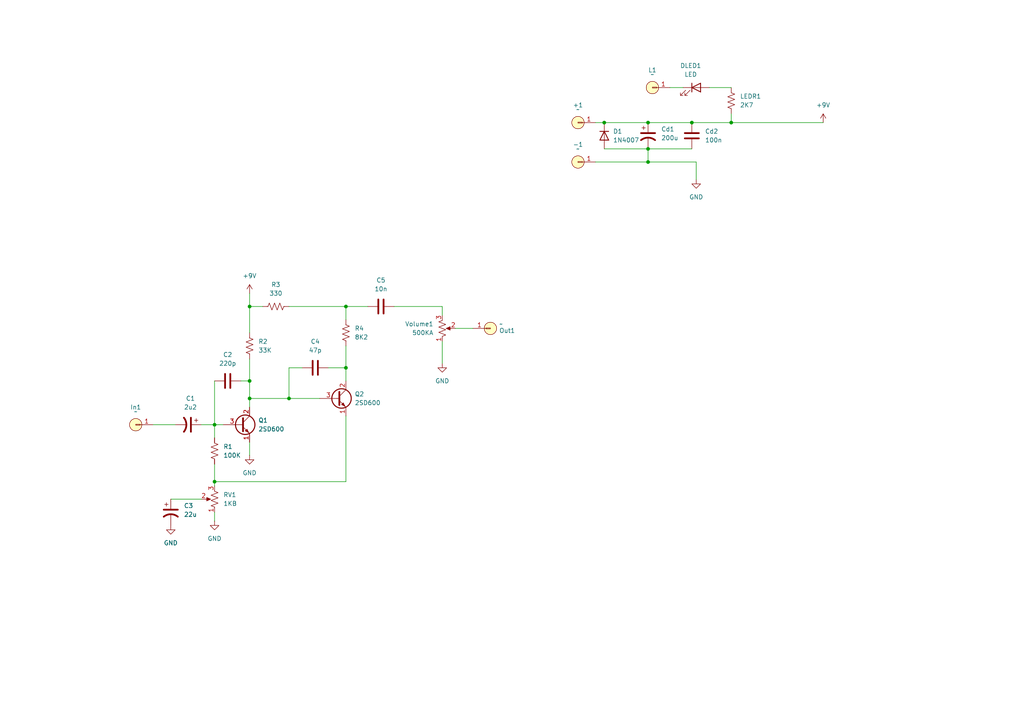
<source format=kicad_sch>
(kicad_sch (version 20231120) (generator "eeschema") (generator_version "8.0")
  (paper "A4")
  (title_block (title "Fuzz") (date "2024-05-28") (rev "v01") (company "FME") (comment 4 "Dima Kostoglou"))
  (lib_symbols
    (symbol "4ms_Power-symbol:+9V" (power) (pin_names (offset 0))
      (property "Value" "+9V" (at 0 3.556 0))
      (symbol "+9V_0_1"
        (polyline (pts (xy -0.762 1.27) (xy 0 2.54)))
        (polyline (pts (xy 0 0) (xy 0 2.54)))
        (polyline (pts (xy 0 2.54) (xy 0.762 1.27)))
      )
      (symbol "+9V_1_1"
        (pin power_in line (at 0 0 90) (length 0) hide (name "+9V") (number "1"))
      )
    )
    (symbol "Device:C" (pin_numbers hide) (pin_names (offset 0.254))
      (property "Reference" "C" (at 0.635 2.54 0))
      (property "Value" "C" (at 0.635 -2.54 0))
      (symbol "C_0_1"
        (polyline (pts (xy -2.032 -0.762) (xy 2.032 -0.762)) (stroke (width 0.508)))
        (polyline (pts (xy -2.032 0.762) (xy 2.032 0.762)) (stroke (width 0.508)))
      )
      (symbol "C_1_1"
        (pin passive line (at 0 3.81 270) (length 2.794) (name "~") (number "1"))
        (pin passive line (at 0 -3.81 90) (length 2.794) (name "~") (number "2"))
      )
    )
    (symbol "Device:C_Polarized_US" (pin_numbers hide) (pin_names (offset 0.254) hide)
      (property "Reference" "C" (at 0.635 2.54 0))
      (property "Value" "C_Polarized_US" (at 0.635 -2.54 0))
      (symbol "C_Polarized_US_0_1"
        (polyline (pts (xy -2.032 0.762) (xy 2.032 0.762)) (stroke (width 0.508)))
        (polyline (pts (xy -1.778 2.286) (xy -0.762 2.286)))
        (polyline (pts (xy -1.27 1.778) (xy -1.27 2.794)))
        (arc (start 2.032 -1.27) (mid 0 -0.5572) (end -2.032 -1.27) (stroke (width 0.508)))
      )
      (symbol "C_Polarized_US_1_1"
        (pin passive line (at 0 3.81 270) (length 2.794) (name "~") (number "1"))
        (pin passive line (at 0 -3.81 90) (length 3.302) (name "~") (number "2"))
      )
    )
    (symbol "Device:LED" (pin_numbers hide) (pin_names (offset 1.016) hide)
      (property "Reference" "D" (at 0 2.54 0))
      (property "Value" "LED" (at 0 -2.54 0))
      (symbol "LED_0_1"
        (polyline (pts (xy -1.27 -1.27) (xy -1.27 1.27)) (stroke (width 0.254)))
        (polyline (pts (xy -1.27 0) (xy 1.27 0)))
        (polyline (pts (xy 1.27 -1.27) (xy 1.27 1.27) (xy -1.27 0) (xy 1.27 -1.27)) (stroke (width 0.254)))
        (polyline (pts (xy -3.048 -0.762) (xy -4.572 -2.286) (xy -3.81 -2.286) (xy -4.572 -2.286) (xy -4.572 -1.524)))
        (polyline (pts (xy -1.778 -0.762) (xy -3.302 -2.286) (xy -2.54 -2.286) (xy -3.302 -2.286) (xy -3.302 -1.524)))
      )
      (symbol "LED_1_1"
        (pin passive line (at -3.81 0 0) (length 2.54) (name "K") (number "1"))
        (pin passive line (at 3.81 0 180) (length 2.54) (name "A") (number "2"))
      )
    )
    (symbol "Device:R_Potentiometer_US" (pin_names (offset 1.016) hide)
      (property "Reference" "RV" (at -4.445 0 90))
      (property "Value" "R_Potentiometer_US" (at -2.54 0 90))
      (symbol "R_Potentiometer_US_0_1"
        (polyline (pts (xy 0 -2.286) (xy 0 -2.54)))
        (polyline (pts (xy 0 2.54) (xy 0 2.286)))
        (polyline (pts (xy 2.54 0) (xy 1.524 0)))
        (polyline (pts (xy 1.143 0) (xy 2.286 0.508) (xy 2.286 -0.508) (xy 1.143 0)) (fill (type outline)))
        (polyline (pts (xy 0 -0.762) (xy 1.016 -1.143) (xy 0 -1.524) (xy -1.016 -1.905) (xy 0 -2.286)))
        (polyline (pts (xy 0 0.762) (xy 1.016 0.381) (xy 0 0) (xy -1.016 -0.381) (xy 0 -0.762)))
        (polyline (pts (xy 0 2.286) (xy 1.016 1.905) (xy 0 1.524) (xy -1.016 1.143) (xy 0 0.762)))
      )
      (symbol "R_Potentiometer_US_1_1"
        (pin passive line (at 0 3.81 270) (length 1.27) (name "1") (number "1"))
        (pin passive line (at 3.81 0 180) (length 1.27) (name "2") (number "2"))
        (pin passive line (at 0 -3.81 90) (length 1.27) (name "3") (number "3"))
      )
    )
    (symbol "Device:R_US" (pin_numbers hide) (pin_names (offset 0))
      (property "Reference" "R" (at 2.54 0 90))
      (property "Value" "R_US" (at -2.54 0 90))
      (symbol "R_US_0_1"
        (polyline (pts (xy 0 -2.286) (xy 0 -2.54)))
        (polyline (pts (xy 0 2.286) (xy 0 2.54)))
        (polyline (pts (xy 0 -0.762) (xy 1.016 -1.143) (xy 0 -1.524) (xy -1.016 -1.905) (xy 0 -2.286)))
        (polyline (pts (xy 0 0.762) (xy 1.016 0.381) (xy 0 0) (xy -1.016 -0.381) (xy 0 -0.762)))
        (polyline (pts (xy 0 2.286) (xy 1.016 1.905) (xy 0 1.524) (xy -1.016 1.143) (xy 0 0.762)))
      )
      (symbol "R_US_1_1"
        (pin passive line (at 0 3.81 270) (length 1.27) (name "~") (number "1"))
        (pin passive line (at 0 -3.81 90) (length 1.27) (name "~") (number "2"))
      )
    )
    (symbol "Diode:1N4007" (pin_numbers hide) (pin_names hide)
      (property "Reference" "D" (at 0 2.54 0))
      (property "Value" "1N4007" (at 0 -2.54 0))
      (symbol "1N4007_0_1"
        (polyline (pts (xy -1.27 1.27) (xy -1.27 -1.27)) (stroke (width 0.254)))
        (polyline (pts (xy 1.27 0) (xy -1.27 0)))
        (polyline (pts (xy 1.27 1.27) (xy 1.27 -1.27) (xy -1.27 0) (xy 1.27 1.27)) (stroke (width 0.254)))
      )
      (symbol "1N4007_1_1"
        (pin passive line (at -3.81 0 0) (length 2.54) (name "K") (number "1"))
        (pin passive line (at 3.81 0 180) (length 2.54) (name "A") (number "2"))
      )
    )
    (symbol "Transistor_BJT:2SD600" (pin_names (offset 0) hide)
      (property "Reference" "Q" (at 5.08 1.905 0))
      (property "Value" "2SD600" (at 5.08 0 0))
      (symbol "2SD600_0_1"
        (polyline (pts (xy 0 0) (xy 0.635 0)))
        (polyline (pts (xy 2.54 -2.54) (xy 0.635 -0.635)))
        (polyline (pts (xy 2.54 2.54) (xy 0.635 0.635)))
        (polyline (pts (xy 0.635 1.905) (xy 0.635 -1.905) (xy 0.635 -1.905)) (stroke (width 0.508)) (fill (type outline)))
        (polyline (pts (xy 1.27 -1.778) (xy 1.778 -1.27) (xy 2.286 -2.286) (xy 1.27 -1.778) (xy 1.27 -1.778)) (fill (type outline)))
        (circle (center 1.27 0) (radius 2.8194) (stroke (width 0.3048)))
      )
      (symbol "2SD600_1_1"
        (pin passive line (at 2.54 -5.08 90) (length 2.54) (name "E") (number "1"))
        (pin passive line (at 2.54 5.08 270) (length 2.54) (name "C") (number "2"))
        (pin input line (at -5.08 0 0) (length 5.08) (name "B") (number "3"))
      )
    )
    (symbol "my_lib:pad" (in_bom no)
      (property "Reference" "J" (at 0 2.794 0))
      (symbol "pad_1_1"
        (rectangle (start -1.27 0.127) (end 0 -0.127) (stroke (width 0.1524)))
        (circle (center 0 0) (radius 1.7961) (fill (type background)))
        (pin passive line (at -5.08 0 0) (length 3.81) (name "") (number "1"))
      )
    )
    (symbol "power:GND" (power) (pin_numbers hide) (pin_names (offset 0) hide)
      (property "Value" "GND" (at 0 -3.81 0))
      (symbol "GND_0_1"
        (polyline (pts (xy 0 0) (xy 0 -1.27) (xy 1.27 -1.27) (xy 0 -2.54) (xy -1.27 -1.27) (xy 0 -1.27)))
      )
      (symbol "GND_1_1"
        (pin power_in line (at 0 0 270) (length 0) (name "~") (number "1"))
      )
    )
  )
  (junction (at 175.26 35.56))
  (junction (at 100.33 88.9))
  (junction (at 212.09 35.56))
  (junction (at 72.39 115.57))
  (junction (at 72.39 110.49))
  (junction (at 200.66 35.56))
  (junction (at 187.96 43.18))
  (junction (at 83.82 115.57))
  (junction (at 62.23 139.7))
  (junction (at 100.33 106.68))
  (junction (at 187.96 46.99))
  (junction (at 62.23 123.19))
  (junction (at 187.96 35.56))
  (junction (at 72.39 88.9))
  (wire (pts (xy 212.09 35.56) (xy 238.76 35.56)))
  (wire (pts (xy 194.31 25.4) (xy 198.12 25.4)))
  (wire (pts (xy 58.42 123.19) (xy 62.23 123.19)))
  (wire (pts (xy 62.23 151.13) (xy 62.23 148.59)))
  (wire (pts (xy 49.53 144.78) (xy 58.42 144.78)))
  (wire (pts (xy 128.27 88.9) (xy 114.3 88.9)))
  (wire (pts (xy 72.39 85.09) (xy 72.39 88.9)))
  (wire (pts (xy 83.82 115.57) (xy 72.39 115.57)))
  (wire (pts (xy 62.23 134.62) (xy 62.23 139.7)))
  (wire (pts (xy 62.23 110.49) (xy 62.23 123.19)))
  (wire (pts (xy 72.39 110.49) (xy 72.39 115.57)))
  (wire (pts (xy 72.39 115.57) (xy 72.39 118.11)))
  (wire (pts (xy 201.93 46.99) (xy 201.93 52.07)))
  (wire (pts (xy 200.66 35.56) (xy 212.09 35.56)))
  (wire (pts (xy 92.71 115.57) (xy 83.82 115.57)))
  (wire (pts (xy 128.27 99.06) (xy 128.27 105.41)))
  (wire (pts (xy 175.26 43.18) (xy 187.96 43.18)))
  (wire (pts (xy 83.82 88.9) (xy 100.33 88.9)))
  (wire (pts (xy 72.39 128.27) (xy 72.39 132.08)))
  (wire (pts (xy 187.96 43.18) (xy 200.66 43.18)))
  (wire (pts (xy 187.96 35.56) (xy 200.66 35.56)))
  (wire (pts (xy 72.39 96.52) (xy 72.39 88.9)))
  (wire (pts (xy 100.33 110.49) (xy 100.33 106.68)))
  (wire (pts (xy 100.33 106.68) (xy 95.25 106.68)))
  (wire (pts (xy 83.82 106.68) (xy 83.82 115.57)))
  (wire (pts (xy 44.45 123.19) (xy 50.8 123.19)))
  (wire (pts (xy 172.72 35.56) (xy 175.26 35.56)))
  (wire (pts (xy 72.39 104.14) (xy 72.39 110.49)))
  (wire (pts (xy 132.08 95.25) (xy 137.16 95.25)))
  (wire (pts (xy 69.85 110.49) (xy 72.39 110.49)))
  (wire (pts (xy 212.09 33.02) (xy 212.09 35.56)))
  (wire (pts (xy 128.27 91.44) (xy 128.27 88.9)))
  (wire (pts (xy 187.96 46.99) (xy 201.93 46.99)))
  (wire (pts (xy 100.33 139.7) (xy 62.23 139.7)))
  (wire (pts (xy 175.26 35.56) (xy 187.96 35.56)))
  (wire (pts (xy 100.33 88.9) (xy 106.68 88.9)))
  (wire (pts (xy 62.23 123.19) (xy 62.23 127)))
  (wire (pts (xy 205.74 25.4) (xy 212.09 25.4)))
  (wire (pts (xy 187.96 43.18) (xy 187.96 46.99)))
  (wire (pts (xy 100.33 120.65) (xy 100.33 139.7)))
  (wire (pts (xy 100.33 88.9) (xy 100.33 92.71)))
  (wire (pts (xy 62.23 139.7) (xy 62.23 140.97)))
  (wire (pts (xy 87.63 106.68) (xy 83.82 106.68)))
  (wire (pts (xy 100.33 100.33) (xy 100.33 106.68)))
  (wire (pts (xy 62.23 123.19) (xy 64.77 123.19)))
  (wire (pts (xy 172.72 46.99) (xy 187.96 46.99)))
  (wire (pts (xy 72.39 88.9) (xy 76.2 88.9)))
  (symbol (lib_id "my_lib:pad") (at 167.64 46.99 180) (unit 1) (in_bom no)
    (property "Reference" "-1" (at 167.64 41.91 0))
    (property "Value" "~" (at 167.64 43.18 0))
    (property "Footprint" "griffin_pedals:wire_pad_round" (effects (hide yes)))
  )
  (symbol (lib_id "my_lib:pad") (at 39.37 123.19 180) (unit 1) (in_bom no)
    (property "Reference" "In1" (at 39.37 118.11 0))
    (property "Value" "~" (at 39.37 119.38 0))
    (property "Footprint" "griffin_pedals:wire_pad_round" (effects (hide yes)))
  )
  (symbol (lib_id "power:GND") (at 49.53 152.4 0) (unit 1)
    (property "Reference" "#PWR05" (effects (hide yes)))
    (property "Value" "GND" (at 49.53 157.48 0))
    (property "Description" "Power symbol creates a global label with name \"GND\" , ground" (effects (hide yes)))
  )
  (symbol (lib_id "my_lib:pad") (at 167.64 35.56 180) (unit 1) (in_bom no)
    (property "Reference" "+1" (at 167.64 30.48 0))
    (property "Value" "~" (at 167.64 31.75 0))
    (property "Footprint" "griffin_pedals:wire_pad_square" (effects (hide yes)))
  )
  (symbol (lib_id "Device:C_Polarized_US") (at 49.53 148.59 0) (unit 1)
    (property "Reference" "C3" (at 53.34 146.6849 0) (effects (justify left)))
    (property "Value" "22u" (at 53.34 149.2249 0) (effects (justify left)))
    (property "Footprint" "4ms_Capacitor:CP_Radial_NP_D6.3mm_P2.50mm" (effects (hide yes)))
    (property "Description" "Polarized capacitor, US symbol" (effects (hide yes)))
  )
  (symbol (lib_id "Device:R_US") (at 212.09 29.21 180) (unit 1)
    (property "Reference" "LEDR1" (at 214.63 27.9399 0) (effects (justify right)))
    (property "Value" "2K7" (at 214.63 30.4799 0) (effects (justify right)))
    (property "Footprint" "my_lib:R_classic" (effects (hide yes)))
    (property "Description" "Resistor, US symbol" (effects (hide yes)))
  )
  (symbol (lib_id "Device:C") (at 91.44 106.68 90) (unit 1)
    (property "Reference" "C4" (at 91.44 99.06 90))
    (property "Value" "47p" (at 91.44 101.6 90))
    (property "Footprint" "Capacitor_THT:C_Disc_D5.0mm_W2.5mm_P5.00mm" (effects (hide yes)))
    (property "Description" "Unpolarized capacitor" (effects (hide yes)))
  )
  (symbol (lib_id "power:GND") (at 128.27 105.41 0) (unit 1)
    (property "Reference" "#PWR07" (effects (hide yes)))
    (property "Value" "GND" (at 128.27 110.49 0))
    (property "Description" "Power symbol creates a global label with name \"GND\" , ground" (effects (hide yes)))
  )
  (symbol (lib_id "my_lib:pad") (at 189.23 25.4 180) (unit 1) (in_bom no)
    (property "Reference" "L1" (at 189.23 20.32 0))
    (property "Value" "~" (at 189.23 21.59 0))
    (property "Footprint" "griffin_pedals:wire_pad_round" (effects (hide yes)))
  )
  (symbol (lib_id "power:GND") (at 72.39 132.08 0) (unit 1)
    (property "Reference" "#PWR03" (effects (hide yes)))
    (property "Value" "GND" (at 72.39 137.16 0))
    (property "Description" "Power symbol creates a global label with name \"GND\" , ground" (effects (hide yes)))
  )
  (symbol (lib_id "Device:R_US") (at 100.33 96.52 0) (unit 1)
    (property "Reference" "R4" (at 102.87 95.2499 0) (effects (justify left)))
    (property "Value" "8K2" (at 102.87 97.7899 0) (effects (justify left)))
    (property "Footprint" "my_lib:R_classic" (effects (hide yes)))
    (property "Description" "Resistor, US symbol" (effects (hide yes)))
  )
  (symbol (lib_id "Device:C") (at 110.49 88.9 90) (unit 1)
    (property "Reference" "C5" (at 110.49 81.28 90))
    (property "Value" "10n" (at 110.49 83.82 90))
    (property "Footprint" "my_lib:C_classic_RECT" (effects (hide yes)))
    (property "Description" "Unpolarized capacitor" (effects (hide yes)))
  )
  (symbol (lib_id "Device:R_US") (at 62.23 130.81 0) (unit 1)
    (property "Reference" "R1" (at 64.77 129.5399 0) (effects (justify left)))
    (property "Value" "100K" (at 64.77 132.0799 0) (effects (justify left)))
    (property "Footprint" "my_lib:R_classic" (effects (hide yes)))
    (property "Description" "Resistor, US symbol" (effects (hide yes)))
  )
  (symbol (lib_id "Device:C") (at 200.66 39.37 0) (unit 1)
    (property "Reference" "Cd2" (at 204.47 38.0999 0) (effects (justify left)))
    (property "Value" "100n" (at 204.47 40.6399 0) (effects (justify left)))
    (property "Footprint" "my_lib:C_classic_RECT" (effects (hide yes)))
    (property "Description" "Unpolarized capacitor" (effects (hide yes)))
  )
  (symbol (lib_id "power:GND") (at 62.23 151.13 0) (unit 1)
    (property "Reference" "#PWR04" (effects (hide yes)))
    (property "Value" "GND" (at 62.23 156.21 0))
    (property "Description" "Power symbol creates a global label with name \"GND\" , ground" (effects (hide yes)))
  )
  (symbol (lib_id "4ms_Power-symbol:+9V") (at 238.76 35.56 0) (unit 1)
    (property "Reference" "#PWR02" (effects (hide yes)))
    (property "Value" "+9V" (at 238.76 30.48 0))
    (property "Description" "Power symbol creates a global label with name \"+9V\"" (effects (hide yes)))
  )
  (symbol (lib_id "Transistor_BJT:2SD600") (at 69.85 123.19 0) (unit 1)
    (property "Reference" "Q1" (at 74.93 121.9199 0) (effects (justify left)))
    (property "Value" "2SD600" (at 74.93 124.4599 0) (effects (justify left)))
    (property "Footprint" "Package_TO_SOT_THT:TO-126-3_Vertical" (effects (hide yes)))
    (property "Datasheet" "http://pdf.datasheetcatalog.com/datasheet/sanyo/ds_pdf_e/2SB631.pdf" (effects (hide yes)))
    (property "Description" "1A Ic, 100V Vce, High Voltage Power NPN Transistor, TO-126" (effects (hide yes)))
  )
  (symbol (lib_id "Diode:1N4007") (at 175.26 39.37 270) (unit 1)
    (property "Reference" "D1" (at 177.8 38.0999 90) (effects (justify left)))
    (property "Value" "1N4007" (at 177.8 40.6399 90) (effects (justify left)))
    (property "Footprint" "Diode_THT:D_DO-41_SOD81_P10.16mm_Horizontal" (effects (hide yes)))
    (property "Datasheet" "http://www.vishay.com/docs/88503/1n4001.pdf" (effects (hide yes)))
    (property "Description" "1000V 1A General Purpose Rectifier Diode, DO-41" (effects (hide yes)))
    (property "Sim.Device" "D" (effects (hide yes)))
    (property "Sim.Pins" "1=K 2=A" (effects (hide yes)))
  )
  (symbol (lib_id "my_lib:pad") (at 142.24 95.25 0) (mirror x) (unit 1) (in_bom no)
    (property "Reference" "Out1" (at 144.78 95.8851 0) (effects (justify left)))
    (property "Value" "~" (at 144.78 93.98 0) (effects (justify left)))
    (property "Footprint" "griffin_pedals:wire_pad_round" (effects (hide yes)))
  )
  (symbol (lib_id "Device:R_Potentiometer_US") (at 128.27 95.25 0) (mirror x) (unit 1)
    (property "Reference" "Volume1" (at 125.73 93.9799 0) (effects (justify right)))
    (property "Value" "500KA" (at 125.73 96.5199 0) (effects (justify right)))
    (property "Footprint" "my_lib:AlphaPot" (effects (hide yes)))
    (property "Description" "Potentiometer, US symbol" (effects (hide yes)))
  )
  (symbol (lib_id "Device:C_Polarized_US") (at 187.96 39.37 0) (unit 1)
    (property "Reference" "Cd1" (at 191.77 37.4649 0) (effects (justify left)))
    (property "Value" "200u" (at 191.77 40.0049 0) (effects (justify left)))
    (property "Footprint" "4ms_Capacitor:CP_Radial_NP_D6.3mm_P2.50mm" (effects (hide yes)))
    (property "Description" "Polarized capacitor, US symbol" (effects (hide yes)))
  )
  (symbol (lib_id "Device:C_Polarized_US") (at 54.61 123.19 270) (unit 1)
    (property "Reference" "C1" (at 55.245 115.57 90))
    (property "Value" "2u2" (at 55.245 118.11 90))
    (property "Footprint" "Capacitor_THT:CP_Radial_D4.0mm_P1.50mm" (effects (hide yes)))
    (property "Description" "Polarized capacitor, US symbol" (effects (hide yes)))
  )
  (symbol (lib_id "Device:R_US") (at 72.39 100.33 0) (unit 1)
    (property "Reference" "R2" (at 74.93 99.0599 0) (effects (justify left)))
    (property "Value" "33K" (at 74.93 101.5999 0) (effects (justify left)))
    (property "Footprint" "my_lib:R_classic" (effects (hide yes)))
    (property "Description" "Resistor, US symbol" (effects (hide yes)))
  )
  (symbol (lib_id "Transistor_BJT:2SD600") (at 97.79 115.57 0) (unit 1)
    (property "Reference" "Q2" (at 102.87 114.2999 0) (effects (justify left)))
    (property "Value" "2SD600" (at 102.87 116.8399 0) (effects (justify left)))
    (property "Footprint" "Package_TO_SOT_THT:TO-126-3_Vertical" (effects (hide yes)))
    (property "Datasheet" "http://pdf.datasheetcatalog.com/datasheet/sanyo/ds_pdf_e/2SB631.pdf" (effects (hide yes)))
    (property "Description" "1A Ic, 100V Vce, High Voltage Power NPN Transistor, TO-126" (effects (hide yes)))
  )
  (symbol (lib_id "Device:R_Potentiometer_US") (at 62.23 144.78 180) (unit 1)
    (property "Reference" "RV1" (at 64.77 143.5099 0) (effects (justify right)))
    (property "Value" "1KB" (at 64.77 146.0499 0) (effects (justify right)))
    (property "Footprint" "my_lib:AlphaPot" (effects (hide yes)))
    (property "Description" "Potentiometer, US symbol" (effects (hide yes)))
  )
  (symbol (lib_id "Device:C") (at 66.04 110.49 90) (unit 1)
    (property "Reference" "C2" (at 66.04 102.87 90))
    (property "Value" "220p" (at 66.04 105.41 90))
    (property "Footprint" "my_lib:C_classic_RECT" (effects (hide yes)))
    (property "Description" "Unpolarized capacitor" (effects (hide yes)))
  )
  (symbol (lib_id "Device:LED") (at 201.93 25.4 0) (unit 1)
    (property "Reference" "DLED1" (at 200.3425 19.05 0))
    (property "Value" "LED" (at 200.3425 21.59 0))
    (property "Footprint" "LED_THT:LED_D3.0mm_Clear" (effects (hide yes)))
    (property "Description" "Light emitting diode" (effects (hide yes)))
  )
  (symbol (lib_id "4ms_Power-symbol:+9V") (at 72.39 85.09 0) (unit 1)
    (property "Reference" "#PWR06" (effects (hide yes)))
    (property "Value" "+9V" (at 72.39 80.01 0))
    (property "Description" "Power symbol creates a global label with name \"+9V\"" (effects (hide yes)))
  )
  (symbol (lib_id "Device:R_US") (at 80.01 88.9 90) (unit 1)
    (property "Reference" "R3" (at 80.01 82.55 90))
    (property "Value" "330" (at 80.01 85.09 90))
    (property "Footprint" "my_lib:R_classic" (effects (hide yes)))
    (property "Description" "Resistor, US symbol" (effects (hide yes)))
  )
  (symbol (lib_id "power:GND") (at 201.93 52.07 0) (unit 1)
    (property "Reference" "#PWR01" (effects (hide yes)))
    (property "Value" "GND" (at 201.93 57.15 0))
    (property "Description" "Power symbol creates a global label with name \"GND\" , ground" (effects (hide yes)))
  )
)
</source>
